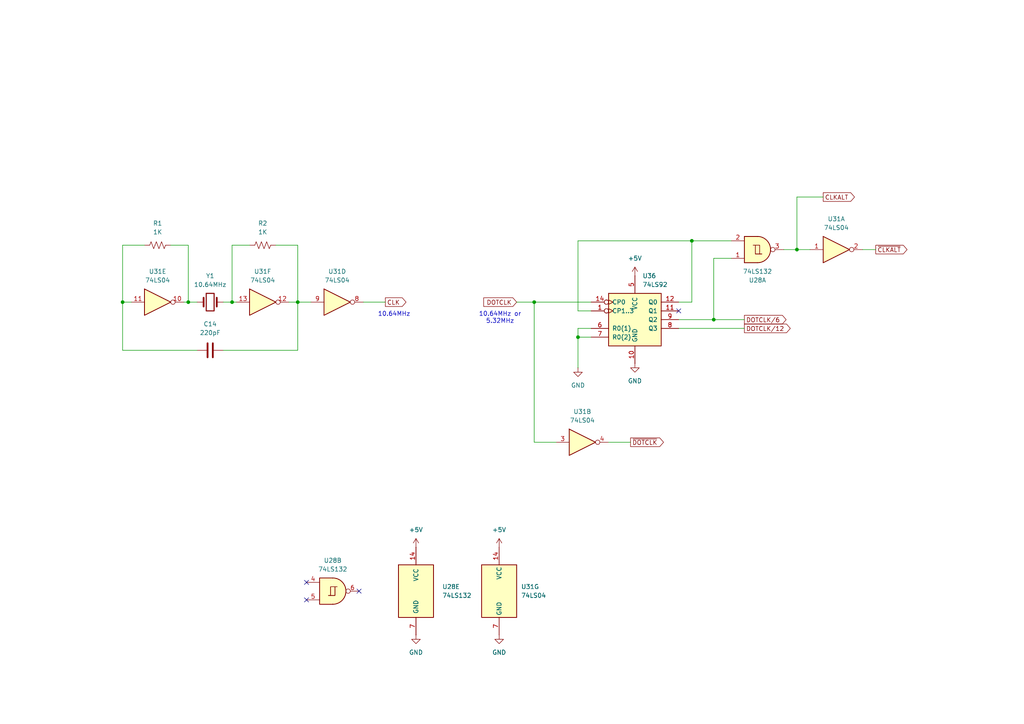
<source format=kicad_sch>
(kicad_sch (version 20231120) (generator "eeschema") (generator_version "8.0")
  (paper "A4")
  (title_block (title "Dick Smith System 80 Video and Cassette") (date "1980"))
  (lib_symbols
    (symbol "74xx:74LS04"
      (property "Reference" "U" (at 0 1.27 0))
      (property "Value" "74LS04" (at 0 -1.27 0))
      (symbol "74LS04_1_0"
        (polyline (pts (xy -3.81 3.81) (xy -3.81 -3.81) (xy 3.81 0) (xy -3.81 3.81)) (stroke (width 0.254)) (fill (type background)))
        (pin input line (at -7.62 0 0) (length 3.81) (name "~") (number "1"))
        (pin output inverted (at 7.62 0 180) (length 3.81) (name "~") (number "2"))
      )
      (symbol "74LS04_2_0"
        (polyline (pts (xy -3.81 3.81) (xy -3.81 -3.81) (xy 3.81 0) (xy -3.81 3.81)) (stroke (width 0.254)) (fill (type background)))
        (pin input line (at -7.62 0 0) (length 3.81) (name "~") (number "3"))
        (pin output inverted (at 7.62 0 180) (length 3.81) (name "~") (number "4"))
      )
      (symbol "74LS04_3_0"
        (polyline (pts (xy -3.81 3.81) (xy -3.81 -3.81) (xy 3.81 0) (xy -3.81 3.81)) (stroke (width 0.254)) (fill (type background)))
        (pin input line (at -7.62 0 0) (length 3.81) (name "~") (number "5"))
        (pin output inverted (at 7.62 0 180) (length 3.81) (name "~") (number "6"))
      )
      (symbol "74LS04_4_0"
        (polyline (pts (xy -3.81 3.81) (xy -3.81 -3.81) (xy 3.81 0) (xy -3.81 3.81)) (stroke (width 0.254)) (fill (type background)))
        (pin output inverted (at 7.62 0 180) (length 3.81) (name "~") (number "8"))
        (pin input line (at -7.62 0 0) (length 3.81) (name "~") (number "9"))
      )
      (symbol "74LS04_5_0"
        (polyline (pts (xy -3.81 3.81) (xy -3.81 -3.81) (xy 3.81 0) (xy -3.81 3.81)) (stroke (width 0.254)) (fill (type background)))
        (pin output inverted (at 7.62 0 180) (length 3.81) (name "~") (number "10"))
        (pin input line (at -7.62 0 0) (length 3.81) (name "~") (number "11"))
      )
      (symbol "74LS04_6_0"
        (polyline (pts (xy -3.81 3.81) (xy -3.81 -3.81) (xy 3.81 0) (xy -3.81 3.81)) (stroke (width 0.254)) (fill (type background)))
        (pin output inverted (at 7.62 0 180) (length 3.81) (name "~") (number "12"))
        (pin input line (at -7.62 0 0) (length 3.81) (name "~") (number "13"))
      )
      (symbol "74LS04_7_0"
        (pin power_in line (at 0 12.7 270) (length 5.08) (name "VCC") (number "14"))
        (pin power_in line (at 0 -12.7 90) (length 5.08) (name "GND") (number "7"))
      )
      (symbol "74LS04_7_1"
        (rectangle (start -5.08 7.62) (end 5.08 -7.62) (stroke (width 0.254)) (fill (type background)))
      )
    )
    (symbol "74xx:74LS132" (pin_names (offset 1.016))
      (property "Reference" "U" (at 0 1.27 0))
      (property "Value" "74LS132" (at 0 -1.27 0))
      (symbol "74LS132_1_0"
        (polyline (pts (xy -0.635 -1.27) (xy -0.635 1.27) (xy 0.635 1.27)))
        (polyline (pts (xy -0.635 -1.27) (xy -0.635 1.27) (xy 0.635 1.27)))
        (polyline (pts (xy -1.27 -1.27) (xy 0.635 -1.27) (xy 0.635 1.27) (xy 1.27 1.27)))
        (polyline (pts (xy -1.27 -1.27) (xy 0.635 -1.27) (xy 0.635 1.27) (xy 1.27 1.27)))
      )
      (symbol "74LS132_1_1"
        (arc (start 0 -3.81) (mid 3.7934 0) (end 0 3.81) (stroke (width 0.254)) (fill (type background)))
        (polyline (pts (xy 0 3.81) (xy -3.81 3.81) (xy -3.81 -3.81) (xy 0 -3.81)) (stroke (width 0.254)) (fill (type background)))
        (pin input line (at -7.62 2.54 0) (length 3.81) (name "~") (number "1"))
        (pin input line (at -7.62 -2.54 0) (length 3.81) (name "~") (number "2"))
        (pin output inverted (at 7.62 0 180) (length 3.81) (name "~") (number "3"))
      )
      (symbol "74LS132_1_2"
        (arc (start -3.81 -3.81) (mid -2.589 0) (end -3.81 3.81) (stroke (width 0.254)))
        (arc (start -0.6096 -3.81) (mid 2.1842 -2.5851) (end 3.81 0) (stroke (width 0.254)) (fill (type background)))
        (polyline (pts (xy -3.81 -3.81) (xy -0.635 -3.81)) (stroke (width 0.254)) (fill (type background)))
        (polyline (pts (xy -3.81 3.81) (xy -0.635 3.81)) (stroke (width 0.254)) (fill (type background)))
        (polyline (pts (xy -0.635 3.81) (xy -3.81 3.81) (xy -3.81 3.81) (xy -3.556 3.4036) (xy -3.0226 2.2606) (xy -2.6924 1.0414) (xy -2.6162 -0.254) (xy -2.7686 -1.4986) (xy -3.175 -2.7178) (xy -3.81 -3.81) (xy -3.81 -3.81) (xy -0.635 -3.81)) (stroke (width -25.4)) (fill (type background)))
        (arc (start 3.81 0) (mid 2.1915 2.5936) (end -0.6096 3.81) (stroke (width 0.254)) (fill (type background)))
        (pin input inverted (at -7.62 2.54 0) (length 4.318) (name "~") (number "1"))
        (pin input inverted (at -7.62 -2.54 0) (length 4.318) (name "~") (number "2"))
        (pin output line (at 7.62 0 180) (length 3.81) (name "~") (number "3"))
      )
      (symbol "74LS132_2_0"
        (polyline (pts (xy -0.635 -1.27) (xy -0.635 1.27) (xy 0.635 1.27)))
        (polyline (pts (xy -0.635 -1.27) (xy -0.635 1.27) (xy 0.635 1.27)))
        (polyline (pts (xy -1.27 -1.27) (xy 0.635 -1.27) (xy 0.635 1.27) (xy 1.27 1.27)))
        (polyline (pts (xy -1.27 -1.27) (xy 0.635 -1.27) (xy 0.635 1.27) (xy 1.27 1.27)))
      )
      (symbol "74LS132_2_1"
        (arc (start 0 -3.81) (mid 3.7934 0) (end 0 3.81) (stroke (width 0.254)) (fill (type background)))
        (polyline (pts (xy 0 3.81) (xy -3.81 3.81) (xy -3.81 -3.81) (xy 0 -3.81)) (stroke (width 0.254)) (fill (type background)))
        (pin input line (at -7.62 2.54 0) (length 3.81) (name "~") (number "4"))
        (pin input line (at -7.62 -2.54 0) (length 3.81) (name "~") (number "5"))
        (pin output inverted (at 7.62 0 180) (length 3.81) (name "~") (number "6"))
      )
      (symbol "74LS132_2_2"
        (arc (start -3.81 -3.81) (mid -2.589 0) (end -3.81 3.81) (stroke (width 0.254)))
        (arc (start -0.6096 -3.81) (mid 2.1842 -2.5851) (end 3.81 0) (stroke (width 0.254)) (fill (type background)))
        (polyline (pts (xy -3.81 -3.81) (xy -0.635 -3.81)) (stroke (width 0.254)) (fill (type background)))
        (polyline (pts (xy -3.81 3.81) (xy -0.635 3.81)) (stroke (width 0.254)) (fill (type background)))
        (polyline (pts (xy -0.635 3.81) (xy -3.81 3.81) (xy -3.81 3.81) (xy -3.556 3.4036) (xy -3.0226 2.2606) (xy -2.6924 1.0414) (xy -2.6162 -0.254) (xy -2.7686 -1.4986) (xy -3.175 -2.7178) (xy -3.81 -3.81) (xy -3.81 -3.81) (xy -0.635 -3.81)) (stroke (width -25.4)) (fill (type background)))
        (arc (start 3.81 0) (mid 2.1915 2.5936) (end -0.6096 3.81) (stroke (width 0.254)) (fill (type background)))
        (pin input inverted (at -7.62 2.54 0) (length 4.318) (name "~") (number "4"))
        (pin input inverted (at -7.62 -2.54 0) (length 4.318) (name "~") (number "5"))
        (pin output line (at 7.62 0 180) (length 3.81) (name "~") (number "6"))
      )
      (symbol "74LS132_3_0"
        (polyline (pts (xy -0.635 -1.27) (xy -0.635 1.27) (xy 0.635 1.27)))
        (polyline (pts (xy -0.635 -1.27) (xy -0.635 1.27) (xy 0.635 1.27)))
        (polyline (pts (xy -1.27 -1.27) (xy 0.635 -1.27) (xy 0.635 1.27) (xy 1.27 1.27)))
        (polyline (pts (xy -1.27 -1.27) (xy 0.635 -1.27) (xy 0.635 1.27) (xy 1.27 1.27)))
      )
      (symbol "74LS132_3_1"
        (arc (start 0 -3.81) (mid 3.7934 0) (end 0 3.81) (stroke (width 0.254)) (fill (type background)))
        (polyline (pts (xy 0 3.81) (xy -3.81 3.81) (xy -3.81 -3.81) (xy 0 -3.81)) (stroke (width 0.254)) (fill (type background)))
        (pin input line (at -7.62 -2.54 0) (length 3.81) (name "~") (number "10"))
        (pin output inverted (at 7.62 0 180) (length 3.81) (name "~") (number "8"))
        (pin input line (at -7.62 2.54 0) (length 3.81) (name "~") (number "9"))
      )
      (symbol "74LS132_3_2"
        (arc (start -3.81 -3.81) (mid -2.589 0) (end -3.81 3.81) (stroke (width 0.254)))
        (arc (start -0.6096 -3.81) (mid 2.1842 -2.5851) (end 3.81 0) (stroke (width 0.254)) (fill (type background)))
        (polyline (pts (xy -3.81 -3.81) (xy -0.635 -3.81)) (stroke (width 0.254)) (fill (type background)))
        (polyline (pts (xy -3.81 3.81) (xy -0.635 3.81)) (stroke (width 0.254)) (fill (type background)))
        (polyline (pts (xy -0.635 3.81) (xy -3.81 3.81) (xy -3.81 3.81) (xy -3.556 3.4036) (xy -3.0226 2.2606) (xy -2.6924 1.0414) (xy -2.6162 -0.254) (xy -2.7686 -1.4986) (xy -3.175 -2.7178) (xy -3.81 -3.81) (xy -3.81 -3.81) (xy -0.635 -3.81)) (stroke (width -25.4)) (fill (type background)))
        (arc (start 3.81 0) (mid 2.1915 2.5936) (end -0.6096 3.81) (stroke (width 0.254)) (fill (type background)))
        (pin input inverted (at -7.62 -2.54 0) (length 4.318) (name "~") (number "10"))
        (pin output line (at 7.62 0 180) (length 3.81) (name "~") (number "8"))
        (pin input inverted (at -7.62 2.54 0) (length 4.318) (name "~") (number "9"))
      )
      (symbol "74LS132_4_0"
        (polyline (pts (xy -0.635 -1.27) (xy -0.635 1.27) (xy 0.635 1.27)))
        (polyline (pts (xy -0.635 -1.27) (xy -0.635 1.27) (xy 0.635 1.27)))
        (polyline (pts (xy -1.27 -1.27) (xy 0.635 -1.27) (xy 0.635 1.27) (xy 1.27 1.27)))
        (polyline (pts (xy -1.27 -1.27) (xy 0.635 -1.27) (xy 0.635 1.27) (xy 1.27 1.27)))
      )
      (symbol "74LS132_4_1"
        (arc (start 0 -3.81) (mid 3.7934 0) (end 0 3.81) (stroke (width 0.254)) (fill (type background)))
        (polyline (pts (xy 0 3.81) (xy -3.81 3.81) (xy -3.81 -3.81) (xy 0 -3.81)) (stroke (width 0.254)) (fill (type background)))
        (pin output inverted (at 7.62 0 180) (length 3.81) (name "~") (number "11"))
        (pin input line (at -7.62 2.54 0) (length 3.81) (name "~") (number "12"))
        (pin input line (at -7.62 -2.54 0) (length 3.81) (name "~") (number "13"))
      )
      (symbol "74LS132_4_2"
        (arc (start -3.81 -3.81) (mid -2.589 0) (end -3.81 3.81) (stroke (width 0.254)))
        (arc (start -0.6096 -3.81) (mid 2.1842 -2.5851) (end 3.81 0) (stroke (width 0.254)) (fill (type background)))
        (polyline (pts (xy -3.81 -3.81) (xy -0.635 -3.81)) (stroke (width 0.254)) (fill (type background)))
        (polyline (pts (xy -3.81 3.81) (xy -0.635 3.81)) (stroke (width 0.254)) (fill (type background)))
        (polyline (pts (xy -0.635 3.81) (xy -3.81 3.81) (xy -3.81 3.81) (xy -3.556 3.4036) (xy -3.0226 2.2606) (xy -2.6924 1.0414) (xy -2.6162 -0.254) (xy -2.7686 -1.4986) (xy -3.175 -2.7178) (xy -3.81 -3.81) (xy -3.81 -3.81) (xy -0.635 -3.81)) (stroke (width -25.4)) (fill (type background)))
        (arc (start 3.81 0) (mid 2.1915 2.5936) (end -0.6096 3.81) (stroke (width 0.254)) (fill (type background)))
        (pin output line (at 7.62 0 180) (length 3.81) (name "~") (number "11"))
        (pin input inverted (at -7.62 2.54 0) (length 4.318) (name "~") (number "12"))
        (pin input inverted (at -7.62 -2.54 0) (length 4.318) (name "~") (number "13"))
      )
      (symbol "74LS132_5_0"
        (pin power_in line (at 0 12.7 270) (length 5.08) (name "VCC") (number "14"))
        (pin power_in line (at 0 -12.7 90) (length 5.08) (name "GND") (number "7"))
      )
      (symbol "74LS132_5_1"
        (rectangle (start -5.08 7.62) (end 5.08 -7.62) (stroke (width 0.254)) (fill (type background)))
      )
    )
    (symbol "74xx:74LS92" (pin_names (offset 1.016))
      (property "Reference" "U" (at -7.62 8.89 0))
      (property "Value" "74LS92" (at -7.62 -8.89 0))
      (symbol "74LS92_1_0"
        (pin input inverted_clock (at -12.7 2.54 0) (length 5.08) (name "CP1..3") (number "1"))
        (pin power_in line (at 0 -12.7 90) (length 5.08) (name "GND") (number "10"))
        (pin output line (at 12.7 2.54 180) (length 5.08) (name "Q1") (number "11"))
        (pin output line (at 12.7 5.08 180) (length 5.08) (name "Q0") (number "12"))
        (pin input inverted_clock (at -12.7 5.08 0) (length 5.08) (name "CP0") (number "14"))
        (pin power_in line (at 0 12.7 270) (length 5.08) (name "VCC") (number "5"))
        (pin input line (at -12.7 -2.54 0) (length 5.08) (name "R0(1)") (number "6"))
        (pin input line (at -12.7 -5.08 0) (length 5.08) (name "R0(2)") (number "7"))
        (pin output line (at 12.7 -2.54 180) (length 5.08) (name "Q3") (number "8"))
        (pin output line (at 12.7 0 180) (length 5.08) (name "Q2") (number "9"))
      )
      (symbol "74LS92_1_1"
        (rectangle (start -7.62 7.62) (end 7.62 -7.62) (stroke (width 0.254)) (fill (type background)))
      )
    )
    (symbol "Device:C" (pin_numbers hide) (pin_names (offset 0.254))
      (property "Reference" "C" (at 0.635 2.54 0))
      (property "Value" "C" (at 0.635 -2.54 0))
      (symbol "C_0_1"
        (polyline (pts (xy -2.032 -0.762) (xy 2.032 -0.762)) (stroke (width 0.508)))
        (polyline (pts (xy -2.032 0.762) (xy 2.032 0.762)) (stroke (width 0.508)))
      )
      (symbol "C_1_1"
        (pin passive line (at 0 3.81 270) (length 2.794) (name "~") (number "1"))
        (pin passive line (at 0 -3.81 90) (length 2.794) (name "~") (number "2"))
      )
    )
    (symbol "Device:Crystal" (pin_numbers hide) (pin_names (offset 1.016) hide)
      (property "Reference" "Y" (at 0 3.81 0))
      (property "Value" "Crystal" (at 0 -3.81 0))
      (symbol "Crystal_0_1"
        (rectangle (start -1.143 2.54) (end 1.143 -2.54) (stroke (width 0.3048)))
        (polyline (pts (xy -2.54 0) (xy -1.905 0)))
        (polyline (pts (xy -1.905 -1.27) (xy -1.905 1.27)) (stroke (width 0.508)))
        (polyline (pts (xy 1.905 -1.27) (xy 1.905 1.27)) (stroke (width 0.508)))
        (polyline (pts (xy 2.54 0) (xy 1.905 0)))
      )
      (symbol "Crystal_1_1"
        (pin passive line (at -3.81 0 0) (length 1.27) (name "1") (number "1"))
        (pin passive line (at 3.81 0 180) (length 1.27) (name "2") (number "2"))
      )
    )
    (symbol "Device:R_US" (pin_numbers hide) (pin_names (offset 0))
      (property "Reference" "R" (at 2.54 0 90))
      (property "Value" "R_US" (at -2.54 0 90))
      (symbol "R_US_0_1"
        (polyline (pts (xy 0 -2.286) (xy 0 -2.54)))
        (polyline (pts (xy 0 2.286) (xy 0 2.54)))
        (polyline (pts (xy 0 -0.762) (xy 1.016 -1.143) (xy 0 -1.524) (xy -1.016 -1.905) (xy 0 -2.286)))
        (polyline (pts (xy 0 0.762) (xy 1.016 0.381) (xy 0 0) (xy -1.016 -0.381) (xy 0 -0.762)))
        (polyline (pts (xy 0 2.286) (xy 1.016 1.905) (xy 0 1.524) (xy -1.016 1.143) (xy 0 0.762)))
      )
      (symbol "R_US_1_1"
        (pin passive line (at 0 3.81 270) (length 1.27) (name "~") (number "1"))
        (pin passive line (at 0 -3.81 90) (length 1.27) (name "~") (number "2"))
      )
    )
    (symbol "power:+5V" (power) (pin_numbers hide) (pin_names (offset 0) hide)
      (property "Value" "+5V" (at 0 3.556 0))
      (symbol "+5V_0_1"
        (polyline (pts (xy -0.762 1.27) (xy 0 2.54)))
        (polyline (pts (xy 0 0) (xy 0 2.54)))
        (polyline (pts (xy 0 2.54) (xy 0.762 1.27)))
      )
      (symbol "+5V_1_1"
        (pin power_in line (at 0 0 90) (length 0) (name "~") (number "1"))
      )
    )
    (symbol "power:GND" (power) (pin_numbers hide) (pin_names (offset 0) hide)
      (property "Value" "GND" (at 0 -3.81 0))
      (symbol "GND_0_1"
        (polyline (pts (xy 0 0) (xy 0 -1.27) (xy 1.27 -1.27) (xy 0 -2.54) (xy -1.27 -1.27) (xy 0 -1.27)))
      )
      (symbol "GND_1_1"
        (pin power_in line (at 0 0 270) (length 0) (name "~") (number "1"))
      )
    )
  )
  (junction (at 200.66 69.85))
  (junction (at 167.64 97.79))
  (junction (at 207.01 92.71))
  (junction (at 86.36 87.63))
  (junction (at 154.94 87.63))
  (junction (at 54.61 87.63))
  (junction (at 67.31 87.63))
  (junction (at 231.14 72.39))
  (junction (at 35.56 87.63))
  (no_connect (at 88.9 173.99))
  (no_connect (at 88.9 168.91))
  (no_connect (at 196.85 90.17))
  (no_connect (at 104.14 171.45))
  (wire (pts (xy 196.85 87.63) (xy 200.66 87.63)))
  (wire (pts (xy 86.36 101.6) (xy 86.36 87.63)))
  (wire (pts (xy 86.36 87.63) (xy 90.17 87.63)))
  (wire (pts (xy 64.77 87.63) (xy 67.31 87.63)))
  (wire (pts (xy 200.66 69.85) (xy 212.09 69.85)))
  (wire (pts (xy 54.61 71.12) (xy 54.61 87.63)))
  (wire (pts (xy 83.82 87.63) (xy 86.36 87.63)))
  (wire (pts (xy 154.94 87.63) (xy 171.45 87.63)))
  (wire (pts (xy 171.45 90.17) (xy 167.64 90.17)))
  (wire (pts (xy 167.64 106.68) (xy 167.64 97.79)))
  (wire (pts (xy 86.36 71.12) (xy 80.01 71.12)))
  (wire (pts (xy 49.53 71.12) (xy 54.61 71.12)))
  (wire (pts (xy 200.66 87.63) (xy 200.66 69.85)))
  (wire (pts (xy 72.39 71.12) (xy 67.31 71.12)))
  (wire (pts (xy 238.76 57.15) (xy 231.14 57.15)))
  (wire (pts (xy 86.36 87.63) (xy 86.36 71.12)))
  (wire (pts (xy 167.64 90.17) (xy 167.64 69.85)))
  (wire (pts (xy 231.14 57.15) (xy 231.14 72.39)))
  (wire (pts (xy 167.64 95.25) (xy 171.45 95.25)))
  (wire (pts (xy 67.31 71.12) (xy 67.31 87.63)))
  (wire (pts (xy 231.14 72.39) (xy 234.95 72.39)))
  (wire (pts (xy 67.31 87.63) (xy 68.58 87.63)))
  (wire (pts (xy 105.41 87.63) (xy 111.76 87.63)))
  (wire (pts (xy 161.29 128.27) (xy 154.94 128.27)))
  (wire (pts (xy 154.94 128.27) (xy 154.94 87.63)))
  (wire (pts (xy 54.61 87.63) (xy 57.15 87.63)))
  (wire (pts (xy 53.34 87.63) (xy 54.61 87.63)))
  (wire (pts (xy 35.56 87.63) (xy 38.1 87.63)))
  (wire (pts (xy 167.64 97.79) (xy 171.45 97.79)))
  (wire (pts (xy 167.64 97.79) (xy 167.64 95.25)))
  (wire (pts (xy 227.33 72.39) (xy 231.14 72.39)))
  (wire (pts (xy 57.15 101.6) (xy 35.56 101.6)))
  (wire (pts (xy 35.56 101.6) (xy 35.56 87.63)))
  (wire (pts (xy 207.01 74.93) (xy 207.01 92.71)))
  (wire (pts (xy 250.19 72.39) (xy 254 72.39)))
  (wire (pts (xy 35.56 71.12) (xy 41.91 71.12)))
  (wire (pts (xy 212.09 74.93) (xy 207.01 74.93)))
  (wire (pts (xy 207.01 92.71) (xy 215.9 92.71)))
  (wire (pts (xy 176.53 128.27) (xy 182.88 128.27)))
  (wire (pts (xy 196.85 95.25) (xy 215.9 95.25)))
  (wire (pts (xy 196.85 92.71) (xy 207.01 92.71)))
  (wire (pts (xy 64.77 101.6) (xy 86.36 101.6)))
  (wire (pts (xy 149.86 87.63) (xy 154.94 87.63)))
  (wire (pts (xy 167.64 69.85) (xy 200.66 69.85)))
  (wire (pts (xy 35.56 87.63) (xy 35.56 71.12)))
  (text "10.64MHz or\n5.32MHz" (at 145.034 92.202 0) (effects (font (size 1.27 1.27))))
  (text "10.64MHz" (at 114.3 91.186 0) (effects (font (size 1.27 1.27))))
  (global_label "DOTCLK{slash}12" (shape output) (at 215.9 95.25 0) (property "Intersheetrefs" "${INTERSHEET_REFS}" (effects (hide yes))))
  (global_label "CLKALT" (shape output) (at 238.76 57.15 0) (property "Intersheetrefs" "${INTERSHEET_REFS}" (effects (hide yes))))
  (global_label "DOTCLK{slash}6" (shape output) (at 215.9 92.71 0) (property "Intersheetrefs" "${INTERSHEET_REFS}" (effects (hide yes))))
  (global_label "~{CLKALT}" (shape output) (at 254 72.39 0) (property "Intersheetrefs" "${INTERSHEET_REFS}" (effects (hide yes))))
  (global_label "~{DOTCLK}" (shape output) (at 182.88 128.27 0) (property "Intersheetrefs" "${INTERSHEET_REFS}" (effects (hide yes))))
  (global_label "DOTCLK" (shape input) (at 149.86 87.63 180) (property "Intersheetrefs" "${INTERSHEET_REFS}" (effects (hide yes))))
  (global_label "CLK" (shape output) (at 111.76 87.63 0) (property "Intersheetrefs" "${INTERSHEET_REFS}" (effects (hide yes))))
  (symbol (lib_id "power:GND") (at 120.65 184.15 0) (unit 1)
    (property "Reference" "#PWR021" (effects (hide yes)))
    (property "Value" "GND" (at 120.65 189.23 0))
    (property "Description" "Power symbol creates a global label with name \"GND\" , ground" (effects (hide yes)))
  )
  (symbol (lib_id "power:+5V") (at 184.15 80.01 0) (unit 1)
    (property "Reference" "#PWR017" (effects (hide yes)))
    (property "Value" "+5V" (at 184.15 74.93 0))
    (property "Description" "Power symbol creates a global label with name \"+5V\"" (effects (hide yes)))
  )
  (symbol (lib_id "74xx:74LS04") (at 144.78 171.45 0) (unit 7)
    (property "Reference" "U31" (at 151.13 170.1799 0) (effects (justify left)))
    (property "Value" "74LS04" (at 151.13 172.7199 0) (effects (justify left)))
    (property "Footprint" "Package_DIP:DIP-14_W7.62mm" (effects (hide yes)))
    (property "Datasheet" "http://www.ti.com/lit/gpn/sn74LS04" (effects (hide yes)))
    (property "Description" "Hex Inverter" (effects (hide yes)))
  )
  (symbol (lib_id "74xx:74LS92") (at 184.15 92.71 0) (unit 1)
    (property "Reference" "U36" (at 186.3441 80.01 0) (effects (justify left)))
    (property "Value" "74LS92" (at 186.3441 82.55 0) (effects (justify left)))
    (property "Footprint" "Package_DIP:DIP-14_W7.62mm" (effects (hide yes)))
    (property "Datasheet" "http://www.ti.com/lit/gpn/sn74LS92" (effects (hide yes)))
    (property "Description" "Divide by 12 counter" (effects (hide yes)))
  )
  (symbol (lib_id "74xx:74LS132") (at 96.52 171.45 0) (unit 2)
    (property "Reference" "U28" (at 96.5117 162.56 0))
    (property "Value" "74LS132" (at 96.5117 165.1 0))
    (property "Footprint" "Package_DIP:DIP-14_W7.62mm" (effects (hide yes)))
    (property "Datasheet" "http://www.ti.com/lit/gpn/sn74LS132" (effects (hide yes)))
    (property "Description" "Quad 2-input NAND Schmitt trigger" (effects (hide yes)))
  )
  (symbol (lib_id "74xx:74LS04") (at 242.57 72.39 0) (unit 1)
    (property "Reference" "U31" (at 242.57 63.5 0))
    (property "Value" "74LS04" (at 242.57 66.04 0))
    (property "Footprint" "Package_DIP:DIP-14_W7.62mm" (effects (hide yes)))
    (property "Datasheet" "http://www.ti.com/lit/gpn/sn74LS04" (effects (hide yes)))
    (property "Description" "Hex Inverter" (effects (hide yes)))
  )
  (symbol (lib_id "74xx:74LS04") (at 76.2 87.63 0) (unit 6)
    (property "Reference" "U31" (at 76.2 78.74 0))
    (property "Value" "74LS04" (at 76.2 81.28 0))
    (property "Footprint" "Package_DIP:DIP-14_W7.62mm" (effects (hide yes)))
    (property "Datasheet" "http://www.ti.com/lit/gpn/sn74LS04" (effects (hide yes)))
    (property "Description" "Hex Inverter" (effects (hide yes)))
  )
  (symbol (lib_id "power:GND") (at 144.78 184.15 0) (unit 1)
    (property "Reference" "#PWR016" (effects (hide yes)))
    (property "Value" "GND" (at 144.78 189.23 0))
    (property "Description" "Power symbol creates a global label with name \"GND\" , ground" (effects (hide yes)))
  )
  (symbol (lib_id "74xx:74LS04") (at 45.72 87.63 0) (unit 5)
    (property "Reference" "U31" (at 45.72 78.74 0))
    (property "Value" "74LS04" (at 45.72 81.28 0))
    (property "Footprint" "Package_DIP:DIP-14_W7.62mm" (effects (hide yes)))
    (property "Datasheet" "http://www.ti.com/lit/gpn/sn74LS04" (effects (hide yes)))
    (property "Description" "Hex Inverter" (effects (hide yes)))
  )
  (symbol (lib_id "power:GND") (at 184.15 105.41 0) (unit 1)
    (property "Reference" "#PWR018" (effects (hide yes)))
    (property "Value" "GND" (at 184.15 110.49 0))
    (property "Description" "Power symbol creates a global label with name \"GND\" , ground" (effects (hide yes)))
  )
  (symbol (lib_id "Device:C") (at 60.96 101.6 90) (unit 1)
    (property "Reference" "C14" (at 60.96 93.98 90))
    (property "Value" "220pF" (at 60.96 96.52 90))
    (property "Description" "Unpolarized capacitor" (effects (hide yes)))
  )
  (symbol (lib_id "power:GND") (at 167.64 106.68 0) (unit 1)
    (property "Reference" "#PWR019" (effects (hide yes)))
    (property "Value" "GND" (at 167.64 111.76 0))
    (property "Description" "Power symbol creates a global label with name \"GND\" , ground" (effects (hide yes)))
  )
  (symbol (lib_id "Device:R_US") (at 76.2 71.12 90) (unit 1)
    (property "Reference" "R2" (at 76.2 64.77 90))
    (property "Value" "1K" (at 76.2 67.31 90))
    (property "Description" "Resistor, US symbol" (effects (hide yes)))
  )
  (symbol (lib_id "74xx:74LS04") (at 168.91 128.27 0) (unit 2)
    (property "Reference" "U31" (at 168.91 119.38 0))
    (property "Value" "74LS04" (at 168.91 121.92 0))
    (property "Footprint" "Package_DIP:DIP-14_W7.62mm" (effects (hide yes)))
    (property "Datasheet" "http://www.ti.com/lit/gpn/sn74LS04" (effects (hide yes)))
    (property "Description" "Hex Inverter" (effects (hide yes)))
  )
  (symbol (lib_id "Device:Crystal") (at 60.96 87.63 0) (unit 1)
    (property "Reference" "Y1" (at 60.96 80.01 0))
    (property "Value" "10.64MHz" (at 60.96 82.55 0))
    (property "Description" "Two pin crystal" (effects (hide yes)))
  )
  (symbol (lib_id "74xx:74LS132") (at 120.65 171.45 0) (unit 5)
    (property "Reference" "U28" (at 128.27 170.1799 0) (effects (justify left)))
    (property "Value" "74LS132" (at 128.27 172.7199 0) (effects (justify left)))
    (property "Footprint" "Package_DIP:DIP-14_W7.62mm" (effects (hide yes)))
    (property "Datasheet" "http://www.ti.com/lit/gpn/sn74LS132" (effects (hide yes)))
    (property "Description" "Quad 2-input NAND Schmitt trigger" (effects (hide yes)))
  )
  (symbol (lib_id "Device:R_US") (at 45.72 71.12 90) (unit 1)
    (property "Reference" "R1" (at 45.72 64.77 90))
    (property "Value" "1K" (at 45.72 67.31 90))
    (property "Description" "Resistor, US symbol" (effects (hide yes)))
  )
  (symbol (lib_id "power:+5V") (at 144.78 158.75 0) (unit 1)
    (property "Reference" "#PWR015" (effects (hide yes)))
    (property "Value" "+5V" (at 144.78 153.67 0))
    (property "Description" "Power symbol creates a global label with name \"+5V\"" (effects (hide yes)))
  )
  (symbol (lib_id "power:+5V") (at 120.65 158.75 0) (unit 1)
    (property "Reference" "#PWR020" (effects (hide yes)))
    (property "Value" "+5V" (at 120.65 153.67 0))
    (property "Description" "Power symbol creates a global label with name \"+5V\"" (effects (hide yes)))
  )
  (symbol (lib_id "74xx:74LS132") (at 219.71 72.39 0) (mirror x) (unit 1)
    (property "Reference" "U28" (at 219.7017 81.28 0))
    (property "Value" "74LS132" (at 219.7017 78.74 0))
    (property "Footprint" "Package_DIP:DIP-14_W7.62mm" (effects (hide yes)))
    (property "Datasheet" "http://www.ti.com/lit/gpn/sn74LS132" (effects (hide yes)))
    (property "Description" "Quad 2-input NAND Schmitt trigger" (effects (hide yes)))
  )
  (symbol (lib_id "74xx:74LS04") (at 97.79 87.63 0) (unit 4)
    (property "Reference" "U31" (at 97.79 78.74 0))
    (property "Value" "74LS04" (at 97.79 81.28 0))
    (property "Footprint" "Package_DIP:DIP-14_W7.62mm" (effects (hide yes)))
    (property "Datasheet" "http://www.ti.com/lit/gpn/sn74LS04" (effects (hide yes)))
    (property "Description" "Hex Inverter" (effects (hide yes)))
  )
)
</source>
